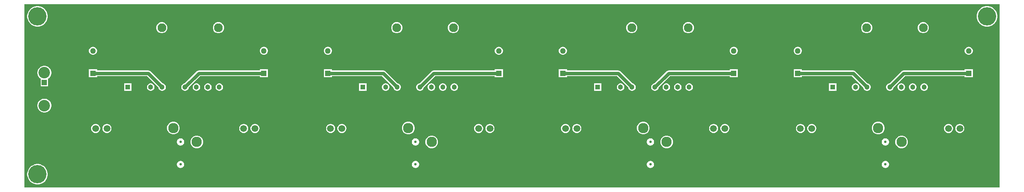
<source format=gbl>
%FSTAX25Y25*%
%MOIN*%
%SFA1B1*%

%IPPOS*%
%ADD39C,0.030000*%
%ADD40C,0.160000*%
%ADD41C,0.021654*%
%ADD42C,0.090354*%
%ADD43R,0.090354X0.090354*%
%ADD44R,0.046063X0.046063*%
%ADD45C,0.046063*%
%ADD46C,0.100787*%
%ADD47C,0.059055*%
%ADD48C,0.167716*%
%ADD49R,0.044606X0.044606*%
%ADD50C,0.044606*%
%ADD51R,0.050197X0.050197*%
%ADD52C,0.050197*%
%ADD53C,0.076772*%
%ADD54C,0.050000*%
%LNamp_8ch-1*%
%LPD*%
G36*
X0854Y0001D02*
X0001D01*
Y01615*
X0854*
Y0001*
G37*
%LNamp_8ch-2*%
%LPC*%
G36*
X0843886Y016D02*
X0842113D01*
X0840374Y0159654*
X0838736Y0158975*
X0837262Y015799*
X0836009Y0156737*
X0835024Y0155263*
X0834345Y0153625*
X0834Y0151886*
Y0150113*
X0834345Y0148374*
X0835024Y0146736*
X0836009Y0145262*
X0837262Y0144009*
X0838736Y0143024*
X0840374Y0142345*
X0842113Y0142*
X0843886*
X0845625Y0142345*
X0847263Y0143024*
X0848737Y0144009*
X084999Y0145262*
X0850975Y0146736*
X0851654Y0148374*
X0852Y0150113*
Y0151886*
X0851654Y0153625*
X0850975Y0155263*
X084999Y0156737*
X0848737Y015799*
X0847263Y0158975*
X0845625Y0159654*
X0843886Y016*
G37*
G36*
X0013386D02*
X0011613D01*
X0009874Y0159654*
X0008236Y0158975*
X0006762Y015799*
X0005509Y0156737*
X0004524Y0155263*
X0003845Y0153625*
X00035Y0151886*
Y0150113*
X0003845Y0148374*
X0004524Y0146736*
X0005509Y0145262*
X0006762Y0144009*
X0008236Y0143024*
X0009874Y0142345*
X0011613Y0142*
X0013386*
X0015125Y0142345*
X0016763Y0143024*
X0018237Y0144009*
X001949Y0145262*
X0020475Y0146736*
X0021154Y0148374*
X00215Y0150113*
Y0151886*
X0021154Y0153625*
X0020475Y0155263*
X001949Y0156737*
X0018237Y015799*
X0016763Y0158975*
X0015125Y0159654*
X0013386Y016*
G37*
G36*
X0787822Y0145838D02*
X0786548D01*
X0785317Y0145508*
X0784214Y0144871*
X0783313Y0143971*
X0782676Y0142867*
X0782346Y0141637*
Y0140363*
X0782676Y0139132*
X0783313Y0138029*
X0784214Y0137128*
X0785317Y0136491*
X0786548Y0136161*
X0787822*
X0789052Y0136491*
X0790156Y0137128*
X0791056Y0138029*
X0791693Y0139132*
X0792023Y0140363*
Y0141637*
X0791693Y0142867*
X0791056Y0143971*
X0790156Y0144871*
X0789052Y0145508*
X0787822Y0145838*
G37*
G36*
X0738322D02*
X0737048D01*
X0735817Y0145508*
X0734714Y0144871*
X0733813Y0143971*
X0733176Y0142867*
X0732846Y0141637*
Y0140363*
X0733176Y0139132*
X0733813Y0138029*
X0734714Y0137128*
X0735817Y0136491*
X0737048Y0136161*
X0738322*
X0739552Y0136491*
X0740656Y0137128*
X0741556Y0138029*
X0742193Y0139132*
X0742523Y0140363*
Y0141637*
X0742193Y0142867*
X0741556Y0143971*
X0740656Y0144871*
X0739552Y0145508*
X0738322Y0145838*
G37*
G36*
X0582322D02*
X0581048D01*
X0579817Y0145508*
X0578714Y0144871*
X0577813Y0143971*
X0577176Y0142867*
X0576846Y0141637*
Y0140363*
X0577176Y0139132*
X0577813Y0138029*
X0578714Y0137128*
X0579817Y0136491*
X0581048Y0136161*
X0582322*
X0583552Y0136491*
X0584656Y0137128*
X0585556Y0138029*
X0586193Y0139132*
X0586523Y0140363*
Y0141637*
X0586193Y0142867*
X0585556Y0143971*
X0584656Y0144871*
X0583552Y0145508*
X0582322Y0145838*
G37*
G36*
X0532822D02*
X0531548D01*
X0530317Y0145508*
X0529214Y0144871*
X0528313Y0143971*
X0527676Y0142867*
X0527346Y0141637*
Y0140363*
X0527676Y0139132*
X0528313Y0138029*
X0529214Y0137128*
X0530317Y0136491*
X0531548Y0136161*
X0532822*
X0534052Y0136491*
X0535156Y0137128*
X0536056Y0138029*
X0536693Y0139132*
X0537023Y0140363*
Y0141637*
X0536693Y0142867*
X0536056Y0143971*
X0535156Y0144871*
X0534052Y0145508*
X0532822Y0145838*
G37*
G36*
X0376822D02*
X0375548D01*
X0374317Y0145508*
X0373214Y0144871*
X0372313Y0143971*
X0371676Y0142867*
X0371346Y0141637*
Y0140363*
X0371676Y0139132*
X0372313Y0138029*
X0373214Y0137128*
X0374317Y0136491*
X0375548Y0136161*
X0376822*
X0378052Y0136491*
X0379156Y0137128*
X0380056Y0138029*
X0380693Y0139132*
X0381023Y0140363*
Y0141637*
X0380693Y0142867*
X0380056Y0143971*
X0379156Y0144871*
X0378052Y0145508*
X0376822Y0145838*
G37*
G36*
X0327322D02*
X0326048D01*
X0324817Y0145508*
X0323714Y0144871*
X0322813Y0143971*
X0322176Y0142867*
X0321846Y0141637*
Y0140363*
X0322176Y0139132*
X0322813Y0138029*
X0323714Y0137128*
X0324817Y0136491*
X0326048Y0136161*
X0327322*
X0328552Y0136491*
X0329656Y0137128*
X0330556Y0138029*
X0331193Y0139132*
X0331523Y0140363*
Y0141637*
X0331193Y0142867*
X0330556Y0143971*
X0329656Y0144871*
X0328552Y0145508*
X0327322Y0145838*
G37*
G36*
X0171322D02*
X0170048D01*
X0168817Y0145508*
X0167714Y0144871*
X0166813Y0143971*
X0166176Y0142867*
X0165846Y0141637*
Y0140363*
X0166176Y0139132*
X0166813Y0138029*
X0167714Y0137128*
X0168817Y0136491*
X0170048Y0136161*
X0171322*
X0172552Y0136491*
X0173656Y0137128*
X0174556Y0138029*
X0175193Y0139132*
X0175523Y0140363*
Y0141637*
X0175193Y0142867*
X0174556Y0143971*
X0173656Y0144871*
X0172552Y0145508*
X0171322Y0145838*
G37*
G36*
X0121822D02*
X0120548D01*
X0119317Y0145508*
X0118214Y0144871*
X0117313Y0143971*
X0116676Y0142867*
X0116346Y0141637*
Y0140363*
X0116676Y0139132*
X0117313Y0138029*
X0118214Y0137128*
X0119317Y0136491*
X0120548Y0136161*
X0121822*
X0123052Y0136491*
X0124156Y0137128*
X0125056Y0138029*
X0125693Y0139132*
X0126023Y0140363*
Y0141637*
X0125693Y0142867*
X0125056Y0143971*
X0124156Y0144871*
X0123052Y0145508*
X0121822Y0145838*
G37*
G36*
X0827462Y012432D02*
X0826537D01*
X0825645Y0124081*
X0824844Y0123619*
X0824191Y0122966*
X0823729Y0122165*
X082349Y0121273*
Y0120348*
X0823729Y0119456*
X0824191Y0118655*
X0824844Y0118002*
X0825645Y011754*
X0826537Y0117301*
X0827462*
X0828354Y011754*
X0829155Y0118002*
X0829808Y0118655*
X083027Y0119456*
X0830509Y0120348*
Y0121273*
X083027Y0122165*
X0829808Y0122966*
X0829155Y0123619*
X0828354Y0124081*
X0827462Y012432*
G37*
G36*
X0677962D02*
X0677037D01*
X0676145Y0124081*
X0675344Y0123619*
X0674691Y0122966*
X0674229Y0122165*
X067399Y0121273*
Y0120348*
X0674229Y0119456*
X0674691Y0118655*
X0675344Y0118002*
X0676145Y011754*
X0677037Y0117301*
X0677962*
X0678854Y011754*
X0679655Y0118002*
X0680308Y0118655*
X068077Y0119456*
X0681009Y0120348*
Y0121273*
X068077Y0122165*
X0680308Y0122966*
X0679655Y0123619*
X0678854Y0124081*
X0677962Y012432*
G37*
G36*
X0621962D02*
X0621037D01*
X0620145Y0124081*
X0619344Y0123619*
X0618691Y0122966*
X0618229Y0122165*
X061799Y0121273*
Y0120348*
X0618229Y0119456*
X0618691Y0118655*
X0619344Y0118002*
X0620145Y011754*
X0621037Y0117301*
X0621962*
X0622854Y011754*
X0623655Y0118002*
X0624308Y0118655*
X062477Y0119456*
X0625009Y0120348*
Y0121273*
X062477Y0122165*
X0624308Y0122966*
X0623655Y0123619*
X0622854Y0124081*
X0621962Y012432*
G37*
G36*
X0472462D02*
X0471537D01*
X0470645Y0124081*
X0469844Y0123619*
X0469191Y0122966*
X0468729Y0122165*
X046849Y0121273*
Y0120348*
X0468729Y0119456*
X0469191Y0118655*
X0469844Y0118002*
X0470645Y011754*
X0471537Y0117301*
X0472462*
X0473354Y011754*
X0474155Y0118002*
X0474808Y0118655*
X047527Y0119456*
X0475509Y0120348*
Y0121273*
X047527Y0122165*
X0474808Y0122966*
X0474155Y0123619*
X0473354Y0124081*
X0472462Y012432*
G37*
G36*
X0416462D02*
X0415537D01*
X0414645Y0124081*
X0413844Y0123619*
X0413191Y0122966*
X0412729Y0122165*
X041249Y0121273*
Y0120348*
X0412729Y0119456*
X0413191Y0118655*
X0413844Y0118002*
X0414645Y011754*
X0415537Y0117301*
X0416462*
X0417354Y011754*
X0418155Y0118002*
X0418808Y0118655*
X041927Y0119456*
X0419509Y0120348*
Y0121273*
X041927Y0122165*
X0418808Y0122966*
X0418155Y0123619*
X0417354Y0124081*
X0416462Y012432*
G37*
G36*
X0266962D02*
X0266037D01*
X0265145Y0124081*
X0264344Y0123619*
X0263691Y0122966*
X0263229Y0122165*
X026299Y0121273*
Y0120348*
X0263229Y0119456*
X0263691Y0118655*
X0264344Y0118002*
X0265145Y011754*
X0266037Y0117301*
X0266962*
X0267854Y011754*
X0268655Y0118002*
X0269308Y0118655*
X026977Y0119456*
X0270009Y0120348*
Y0121273*
X026977Y0122165*
X0269308Y0122966*
X0268655Y0123619*
X0267854Y0124081*
X0266962Y012432*
G37*
G36*
X0210962D02*
X0210037D01*
X0209145Y0124081*
X0208344Y0123619*
X0207691Y0122966*
X0207229Y0122165*
X020699Y0121273*
Y0120348*
X0207229Y0119456*
X0207691Y0118655*
X0208344Y0118002*
X0209145Y011754*
X0210037Y0117301*
X0210962*
X0211854Y011754*
X0212655Y0118002*
X0213308Y0118655*
X021377Y0119456*
X0214009Y0120348*
Y0121273*
X021377Y0122165*
X0213308Y0122966*
X0212655Y0123619*
X0211854Y0124081*
X0210962Y012432*
G37*
G36*
X0061462D02*
X0060537D01*
X0059645Y0124081*
X0058844Y0123619*
X0058191Y0122966*
X0057729Y0122165*
X005749Y0121273*
Y0120348*
X0057729Y0119456*
X0058191Y0118655*
X0058844Y0118002*
X0059645Y011754*
X0060537Y0117301*
X0061462*
X0062354Y011754*
X0063155Y0118002*
X0063808Y0118655*
X006427Y0119456*
X0064509Y0120348*
Y0121273*
X006427Y0122165*
X0063808Y0122966*
X0063155Y0123619*
X0062354Y0124081*
X0061462Y012432*
G37*
G36*
X0830509Y0104635D02*
X082349D01*
Y0103675*
X0770126*
X076915Y010348*
X0768323Y0102928*
X0757625Y009223*
X0757574*
X0756753Y009201*
X0756016Y0091584*
X0755415Y0090983*
X0754989Y0090246*
X0754769Y0089425*
Y0088574*
X0754989Y0087753*
X0755415Y0087016*
X0756016Y0086415*
X0756753Y0085989*
X0757574Y0085769*
X0758425*
X0759246Y0085989*
X0759983Y0086415*
X0760584Y0087016*
X076101Y0087753*
X076123Y0088574*
Y0088625*
X0771181Y0098577*
X082349*
Y0097616*
X0830509*
Y0104635*
G37*
G36*
X0625009D02*
X061799D01*
Y0103675*
X0564626*
X056365Y010348*
X0562823Y0102928*
X0552125Y009223*
X0552074*
X0551253Y009201*
X0550516Y0091584*
X0549915Y0090983*
X0549489Y0090246*
X0549269Y0089425*
Y0088574*
X0549489Y0087753*
X0549915Y0087016*
X0550516Y0086415*
X0551253Y0085989*
X0552074Y0085769*
X0552925*
X0553746Y0085989*
X0554483Y0086415*
X0555084Y0087016*
X055551Y0087753*
X055573Y0088574*
Y0088625*
X0565681Y0098577*
X061799*
Y0097616*
X0625009*
Y0104635*
G37*
G36*
X0419509D02*
X041249D01*
Y0103675*
X0359126*
X035815Y010348*
X0357323Y0102928*
X0346625Y009223*
X0346574*
X0345753Y009201*
X0345016Y0091584*
X0344415Y0090983*
X0343989Y0090246*
X0343769Y0089425*
Y0088574*
X0343989Y0087753*
X0344415Y0087016*
X0345016Y0086415*
X0345753Y0085989*
X0346574Y0085769*
X0347425*
X0348246Y0085989*
X0348983Y0086415*
X0349584Y0087016*
X035001Y0087753*
X035023Y0088574*
Y0088625*
X0360181Y0098577*
X041249*
Y0097616*
X0419509*
Y0104635*
G37*
G36*
X0214009D02*
X020699D01*
Y0103675*
X0153626*
X015265Y010348*
X0151823Y0102928*
X0141125Y009223*
X0141074*
X0140253Y009201*
X0139516Y0091584*
X0138915Y0090983*
X0138489Y0090246*
X0138269Y0089425*
Y0088574*
X0138489Y0087753*
X0138915Y0087016*
X0139516Y0086415*
X0140253Y0085989*
X0141074Y0085769*
X0141925*
X0142746Y0085989*
X0143483Y0086415*
X0144084Y0087016*
X014451Y0087753*
X014473Y0088574*
Y0088625*
X0154681Y0098577*
X020699*
Y0097616*
X0214009*
Y0104635*
G37*
G36*
X0019094Y0107539D02*
X0017905D01*
X0016738Y0107307*
X0015639Y0106852*
X001465Y0106191*
X0013808Y0105349*
X0013148Y010436*
X0012692Y0103261*
X001246Y0102094*
Y0100905*
X0012692Y0099738*
X0013148Y0098639*
X0013808Y009765*
X001465Y0096808*
X001486Y0096668*
X0015196Y0096338*
X0015196*
Y0089732*
X0021803*
Y0096338*
X0021803*
X0022143Y0096671*
X0022349Y0096808*
X0023191Y009765*
X0023852Y0098639*
X0024307Y0099738*
X0024539Y0100905*
Y0102094*
X0024307Y0103261*
X0023852Y010436*
X0023191Y0105349*
X0022349Y0106191*
X002136Y0106852*
X0020261Y0107307*
X0019094Y0107539*
G37*
G36*
X0788425Y009223D02*
X0787574D01*
X0786753Y009201*
X0786016Y0091584*
X0785415Y0090983*
X0784989Y0090246*
X0784769Y0089425*
Y0088574*
X0784989Y0087753*
X0785415Y0087016*
X0786016Y0086415*
X0786753Y0085989*
X0787574Y0085769*
X0788425*
X0789246Y0085989*
X0789983Y0086415*
X0790584Y0087016*
X079101Y0087753*
X079123Y0088574*
Y0089425*
X079101Y0090246*
X0790584Y0090983*
X0789983Y0091584*
X0789246Y009201*
X0788425Y009223*
G37*
G36*
X0778425D02*
X0777574D01*
X0776753Y009201*
X0776016Y0091584*
X0775415Y0090983*
X0774989Y0090246*
X0774769Y0089425*
Y0088574*
X0774989Y0087753*
X0775415Y0087016*
X0776016Y0086415*
X0776753Y0085989*
X0777574Y0085769*
X0778425*
X0779246Y0085989*
X0779983Y0086415*
X0780584Y0087016*
X078101Y0087753*
X078123Y0088574*
Y0089425*
X078101Y0090246*
X0780584Y0090983*
X0779983Y0091584*
X0779246Y009201*
X0778425Y009223*
G37*
G36*
X0768425D02*
X0767574D01*
X0766753Y009201*
X0766016Y0091584*
X0765415Y0090983*
X0764989Y0090246*
X0764769Y0089425*
Y0088574*
X0764989Y0087753*
X0765415Y0087016*
X0766016Y0086415*
X0766753Y0085989*
X0767574Y0085769*
X0768425*
X0769246Y0085989*
X0769983Y0086415*
X0770584Y0087016*
X077101Y0087753*
X077123Y0088574*
Y0089425*
X077101Y0090246*
X0770584Y0090983*
X0769983Y0091584*
X0769246Y009201*
X0768425Y009223*
G37*
G36*
X0681009Y0104635D02*
X067399D01*
Y0097616*
X0681009*
Y0098577*
X0724818*
X0734769Y0088625*
Y0088574*
X0734989Y0087753*
X0735415Y0087016*
X0736016Y0086415*
X0736753Y0085989*
X0737574Y0085769*
X0738425*
X0739246Y0085989*
X0739983Y0086415*
X0740584Y0087016*
X074101Y0087753*
X074123Y0088574*
Y0089425*
X074101Y0090246*
X0740584Y0090983*
X0739983Y0091584*
X0739246Y009201*
X0738425Y009223*
X0738374*
X0727676Y0102928*
X0726849Y010348*
X0725874Y0103675*
X0681009*
Y0104635*
G37*
G36*
X0728425Y009223D02*
X0727574D01*
X0726753Y009201*
X0726016Y0091584*
X0725415Y0090983*
X0724989Y0090246*
X0724769Y0089425*
Y0088574*
X0724989Y0087753*
X0725415Y0087016*
X0726016Y0086415*
X0726753Y0085989*
X0727574Y0085769*
X0728425*
X0729246Y0085989*
X0729983Y0086415*
X0730584Y0087016*
X073101Y0087753*
X073123Y0088574*
Y0089425*
X073101Y0090246*
X0730584Y0090983*
X0729983Y0091584*
X0729246Y009201*
X0728425Y009223*
G37*
G36*
X071123D02*
X0704769D01*
Y0085769*
X071123*
Y009223*
G37*
G36*
X0582925D02*
X0582074D01*
X0581253Y009201*
X0580516Y0091584*
X0579915Y0090983*
X0579489Y0090246*
X0579269Y0089425*
Y0088574*
X0579489Y0087753*
X0579915Y0087016*
X0580516Y0086415*
X0581253Y0085989*
X0582074Y0085769*
X0582925*
X0583746Y0085989*
X0584483Y0086415*
X0585084Y0087016*
X058551Y0087753*
X058573Y0088574*
Y0089425*
X058551Y0090246*
X0585084Y0090983*
X0584483Y0091584*
X0583746Y009201*
X0582925Y009223*
G37*
G36*
X0572925D02*
X0572074D01*
X0571253Y009201*
X0570516Y0091584*
X0569915Y0090983*
X0569489Y0090246*
X0569269Y0089425*
Y0088574*
X0569489Y0087753*
X0569915Y0087016*
X0570516Y0086415*
X0571253Y0085989*
X0572074Y0085769*
X0572925*
X0573746Y0085989*
X0574483Y0086415*
X0575084Y0087016*
X057551Y0087753*
X057573Y0088574*
Y0089425*
X057551Y0090246*
X0575084Y0090983*
X0574483Y0091584*
X0573746Y009201*
X0572925Y009223*
G37*
G36*
X0562925D02*
X0562074D01*
X0561253Y009201*
X0560516Y0091584*
X0559915Y0090983*
X0559489Y0090246*
X0559269Y0089425*
Y0088574*
X0559489Y0087753*
X0559915Y0087016*
X0560516Y0086415*
X0561253Y0085989*
X0562074Y0085769*
X0562925*
X0563746Y0085989*
X0564483Y0086415*
X0565084Y0087016*
X056551Y0087753*
X056573Y0088574*
Y0089425*
X056551Y0090246*
X0565084Y0090983*
X0564483Y0091584*
X0563746Y009201*
X0562925Y009223*
G37*
G36*
X0475509Y0104635D02*
X046849D01*
Y0097616*
X0475509*
Y0098577*
X0519318*
X0529269Y0088625*
Y0088574*
X0529489Y0087753*
X0529915Y0087016*
X0530516Y0086415*
X0531253Y0085989*
X0532074Y0085769*
X0532925*
X0533746Y0085989*
X0534483Y0086415*
X0535084Y0087016*
X053551Y0087753*
X053573Y0088574*
Y0089425*
X053551Y0090246*
X0535084Y0090983*
X0534483Y0091584*
X0533746Y009201*
X0532925Y009223*
X0532874*
X0522176Y0102928*
X0521349Y010348*
X0520374Y0103675*
X0475509*
Y0104635*
G37*
G36*
X0522925Y009223D02*
X0522074D01*
X0521253Y009201*
X0520516Y0091584*
X0519915Y0090983*
X0519489Y0090246*
X0519269Y0089425*
Y0088574*
X0519489Y0087753*
X0519915Y0087016*
X0520516Y0086415*
X0521253Y0085989*
X0522074Y0085769*
X0522925*
X0523746Y0085989*
X0524483Y0086415*
X0525084Y0087016*
X052551Y0087753*
X052573Y0088574*
Y0089425*
X052551Y0090246*
X0525084Y0090983*
X0524483Y0091584*
X0523746Y009201*
X0522925Y009223*
G37*
G36*
X050573D02*
X0499269D01*
Y0085769*
X050573*
Y009223*
G37*
G36*
X0377425D02*
X0376574D01*
X0375753Y009201*
X0375016Y0091584*
X0374415Y0090983*
X0373989Y0090246*
X0373769Y0089425*
Y0088574*
X0373989Y0087753*
X0374415Y0087016*
X0375016Y0086415*
X0375753Y0085989*
X0376574Y0085769*
X0377425*
X0378246Y0085989*
X0378983Y0086415*
X0379584Y0087016*
X038001Y0087753*
X038023Y0088574*
Y0089425*
X038001Y0090246*
X0379584Y0090983*
X0378983Y0091584*
X0378246Y009201*
X0377425Y009223*
G37*
G36*
X0367425D02*
X0366574D01*
X0365753Y009201*
X0365016Y0091584*
X0364415Y0090983*
X0363989Y0090246*
X0363769Y0089425*
Y0088574*
X0363989Y0087753*
X0364415Y0087016*
X0365016Y0086415*
X0365753Y0085989*
X0366574Y0085769*
X0367425*
X0368246Y0085989*
X0368983Y0086415*
X0369584Y0087016*
X037001Y0087753*
X037023Y0088574*
Y0089425*
X037001Y0090246*
X0369584Y0090983*
X0368983Y0091584*
X0368246Y009201*
X0367425Y009223*
G37*
G36*
X0357425D02*
X0356574D01*
X0355753Y009201*
X0355016Y0091584*
X0354415Y0090983*
X0353989Y0090246*
X0353769Y0089425*
Y0088574*
X0353989Y0087753*
X0354415Y0087016*
X0355016Y0086415*
X0355753Y0085989*
X0356574Y0085769*
X0357425*
X0358246Y0085989*
X0358983Y0086415*
X0359584Y0087016*
X036001Y0087753*
X036023Y0088574*
Y0089425*
X036001Y0090246*
X0359584Y0090983*
X0358983Y0091584*
X0358246Y009201*
X0357425Y009223*
G37*
G36*
X0270009Y0104635D02*
X026299D01*
Y0097616*
X0270009*
Y0098577*
X0313818*
X0323769Y0088625*
Y0088574*
X0323989Y0087753*
X0324415Y0087016*
X0325016Y0086415*
X0325753Y0085989*
X0326574Y0085769*
X0327425*
X0328246Y0085989*
X0328983Y0086415*
X0329584Y0087016*
X033001Y0087753*
X033023Y0088574*
Y0089425*
X033001Y0090246*
X0329584Y0090983*
X0328983Y0091584*
X0328246Y009201*
X0327425Y009223*
X0327374*
X0316676Y0102928*
X0315849Y010348*
X0314874Y0103675*
X0270009*
Y0104635*
G37*
G36*
X0317425Y009223D02*
X0316574D01*
X0315753Y009201*
X0315016Y0091584*
X0314415Y0090983*
X0313989Y0090246*
X0313769Y0089425*
Y0088574*
X0313989Y0087753*
X0314415Y0087016*
X0315016Y0086415*
X0315753Y0085989*
X0316574Y0085769*
X0317425*
X0318246Y0085989*
X0318983Y0086415*
X0319584Y0087016*
X032001Y0087753*
X032023Y0088574*
Y0089425*
X032001Y0090246*
X0319584Y0090983*
X0318983Y0091584*
X0318246Y009201*
X0317425Y009223*
G37*
G36*
X030023D02*
X0293769D01*
Y0085769*
X030023*
Y009223*
G37*
G36*
X0171925D02*
X0171074D01*
X0170253Y009201*
X0169516Y0091584*
X0168915Y0090983*
X0168489Y0090246*
X0168269Y0089425*
Y0088574*
X0168489Y0087753*
X0168915Y0087016*
X0169516Y0086415*
X0170253Y0085989*
X0171074Y0085769*
X0171925*
X0172746Y0085989*
X0173483Y0086415*
X0174084Y0087016*
X017451Y0087753*
X017473Y0088574*
Y0089425*
X017451Y0090246*
X0174084Y0090983*
X0173483Y0091584*
X0172746Y009201*
X0171925Y009223*
G37*
G36*
X0161925D02*
X0161074D01*
X0160253Y009201*
X0159516Y0091584*
X0158915Y0090983*
X0158489Y0090246*
X0158269Y0089425*
Y0088574*
X0158489Y0087753*
X0158915Y0087016*
X0159516Y0086415*
X0160253Y0085989*
X0161074Y0085769*
X0161925*
X0162746Y0085989*
X0163483Y0086415*
X0164084Y0087016*
X016451Y0087753*
X016473Y0088574*
Y0089425*
X016451Y0090246*
X0164084Y0090983*
X0163483Y0091584*
X0162746Y009201*
X0161925Y009223*
G37*
G36*
X0151925D02*
X0151074D01*
X0150253Y009201*
X0149516Y0091584*
X0148915Y0090983*
X0148489Y0090246*
X0148269Y0089425*
Y0088574*
X0148489Y0087753*
X0148915Y0087016*
X0149516Y0086415*
X0150253Y0085989*
X0151074Y0085769*
X0151925*
X0152746Y0085989*
X0153483Y0086415*
X0154084Y0087016*
X015451Y0087753*
X015473Y0088574*
Y0089425*
X015451Y0090246*
X0154084Y0090983*
X0153483Y0091584*
X0152746Y009201*
X0151925Y009223*
G37*
G36*
X0064509Y0104635D02*
X005749D01*
Y0097616*
X0064509*
Y0098577*
X0108318*
X0118269Y0088625*
Y0088574*
X0118489Y0087753*
X0118915Y0087016*
X0119516Y0086415*
X0120253Y0085989*
X0121074Y0085769*
X0121925*
X0122746Y0085989*
X0123483Y0086415*
X0124084Y0087016*
X012451Y0087753*
X012473Y0088574*
Y0089425*
X012451Y0090246*
X0124084Y0090983*
X0123483Y0091584*
X0122746Y009201*
X0121925Y009223*
X0121874*
X0111176Y0102928*
X0110349Y010348*
X0109374Y0103675*
X0064509*
Y0104635*
G37*
G36*
X0111925Y009223D02*
X0111074D01*
X0110253Y009201*
X0109516Y0091584*
X0108915Y0090983*
X0108489Y0090246*
X0108269Y0089425*
Y0088574*
X0108489Y0087753*
X0108915Y0087016*
X0109516Y0086415*
X0110253Y0085989*
X0111074Y0085769*
X0111925*
X0112746Y0085989*
X0113483Y0086415*
X0114084Y0087016*
X011451Y0087753*
X011473Y0088574*
Y0089425*
X011451Y0090246*
X0114084Y0090983*
X0113483Y0091584*
X0112746Y009201*
X0111925Y009223*
G37*
G36*
X009473D02*
X0088269D01*
Y0085769*
X009473*
Y009223*
G37*
G36*
X0019094Y0078799D02*
X0017905D01*
X0016738Y0078567*
X0015639Y0078111*
X001465Y007745*
X0013808Y0076609*
X0013148Y007562*
X0012692Y0074521*
X001246Y0073354*
Y0072165*
X0012692Y0070998*
X0013148Y0069899*
X0013808Y006891*
X001465Y0068068*
X0015639Y0067407*
X0016738Y0066952*
X0017905Y006672*
X0019094*
X0020261Y0066952*
X002136Y0067407*
X0022349Y0068068*
X0023191Y006891*
X0023852Y0069899*
X0024307Y0070998*
X0024539Y0072165*
Y0073354*
X0024307Y0074521*
X0023852Y007562*
X0023191Y0076609*
X0022349Y007745*
X002136Y0078111*
X0020261Y0078567*
X0019094Y0078799*
G37*
G36*
X0819697Y0056637D02*
X0818656D01*
X0817651Y0056368*
X081675Y0055848*
X0816014Y0055112*
X0815493Y005421*
X0815224Y0053205*
Y0052164*
X0815493Y0051159*
X0816014Y0050258*
X081675Y0049522*
X0817651Y0049001*
X0818656Y0048732*
X0819697*
X0820702Y0049001*
X0821604Y0049522*
X082234Y0050258*
X082286Y0051159*
X0823129Y0052164*
Y0053205*
X082286Y005421*
X082234Y0055112*
X0821604Y0055848*
X0820702Y0056368*
X0819697Y0056637*
G37*
G36*
X0809855D02*
X0808814D01*
X0807808Y0056368*
X0806907Y0055848*
X0806171Y0055112*
X0805651Y005421*
X0805381Y0053205*
Y0052164*
X0805651Y0051159*
X0806171Y0050258*
X0806907Y0049522*
X0807808Y0049001*
X0808814Y0048732*
X0809855*
X081086Y0049001*
X0811761Y0049522*
X0812497Y0050258*
X0813018Y0051159*
X0813287Y0052164*
Y0053205*
X0813018Y005421*
X0812497Y0055112*
X0811761Y0055848*
X081086Y0056368*
X0809855Y0056637*
G37*
G36*
X0690197D02*
X0689156D01*
X0688151Y0056368*
X068725Y0055848*
X0686514Y0055112*
X0685993Y005421*
X0685724Y0053205*
Y0052164*
X0685993Y0051159*
X0686514Y0050258*
X068725Y0049522*
X0688151Y0049001*
X0689156Y0048732*
X0690197*
X0691202Y0049001*
X0692104Y0049522*
X069284Y0050258*
X069336Y0051159*
X0693629Y0052164*
Y0053205*
X069336Y005421*
X069284Y0055112*
X0692104Y0055848*
X0691202Y0056368*
X0690197Y0056637*
G37*
G36*
X0680355D02*
X0679314D01*
X0678308Y0056368*
X0677407Y0055848*
X0676671Y0055112*
X0676151Y005421*
X0675881Y0053205*
Y0052164*
X0676151Y0051159*
X0676671Y0050258*
X0677407Y0049522*
X0678308Y0049001*
X0679314Y0048732*
X0680355*
X068136Y0049001*
X0682261Y0049522*
X0682997Y0050258*
X0683518Y0051159*
X0683787Y0052164*
Y0053205*
X0683518Y005421*
X0682997Y0055112*
X0682261Y0055848*
X068136Y0056368*
X0680355Y0056637*
G37*
G36*
X0614197D02*
X0613156D01*
X0612151Y0056368*
X061125Y0055848*
X0610514Y0055112*
X0609993Y005421*
X0609724Y0053205*
Y0052164*
X0609993Y0051159*
X0610514Y0050258*
X061125Y0049522*
X0612151Y0049001*
X0613156Y0048732*
X0614197*
X0615202Y0049001*
X0616104Y0049522*
X061684Y0050258*
X061736Y0051159*
X0617629Y0052164*
Y0053205*
X061736Y005421*
X061684Y0055112*
X0616104Y0055848*
X0615202Y0056368*
X0614197Y0056637*
G37*
G36*
X0604355D02*
X0603314D01*
X0602308Y0056368*
X0601407Y0055848*
X0600671Y0055112*
X0600151Y005421*
X0599881Y0053205*
Y0052164*
X0600151Y0051159*
X0600671Y0050258*
X0601407Y0049522*
X0602308Y0049001*
X0603314Y0048732*
X0604355*
X060536Y0049001*
X0606261Y0049522*
X0606997Y0050258*
X0607518Y0051159*
X0607787Y0052164*
Y0053205*
X0607518Y005421*
X0606997Y0055112*
X0606261Y0055848*
X060536Y0056368*
X0604355Y0056637*
G37*
G36*
X0484697D02*
X0483656D01*
X0482651Y0056368*
X048175Y0055848*
X0481014Y0055112*
X0480493Y005421*
X0480224Y0053205*
Y0052164*
X0480493Y0051159*
X0481014Y0050258*
X048175Y0049522*
X0482651Y0049001*
X0483656Y0048732*
X0484697*
X0485702Y0049001*
X0486604Y0049522*
X048734Y0050258*
X048786Y0051159*
X0488129Y0052164*
Y0053205*
X048786Y005421*
X048734Y0055112*
X0486604Y0055848*
X0485702Y0056368*
X0484697Y0056637*
G37*
G36*
X0474855D02*
X0473814D01*
X0472808Y0056368*
X0471907Y0055848*
X0471171Y0055112*
X0470651Y005421*
X0470381Y0053205*
Y0052164*
X0470651Y0051159*
X0471171Y0050258*
X0471907Y0049522*
X0472808Y0049001*
X0473814Y0048732*
X0474855*
X047586Y0049001*
X0476761Y0049522*
X0477497Y0050258*
X0478018Y0051159*
X0478287Y0052164*
Y0053205*
X0478018Y005421*
X0477497Y0055112*
X0476761Y0055848*
X047586Y0056368*
X0474855Y0056637*
G37*
G36*
X0408697D02*
X0407656D01*
X0406651Y0056368*
X040575Y0055848*
X0405014Y0055112*
X0404493Y005421*
X0404224Y0053205*
Y0052164*
X0404493Y0051159*
X0405014Y0050258*
X040575Y0049522*
X0406651Y0049001*
X0407656Y0048732*
X0408697*
X0409702Y0049001*
X0410604Y0049522*
X041134Y0050258*
X041186Y0051159*
X0412129Y0052164*
Y0053205*
X041186Y005421*
X041134Y0055112*
X0410604Y0055848*
X0409702Y0056368*
X0408697Y0056637*
G37*
G36*
X0398855D02*
X0397814D01*
X0396808Y0056368*
X0395907Y0055848*
X0395171Y0055112*
X0394651Y005421*
X0394381Y0053205*
Y0052164*
X0394651Y0051159*
X0395171Y0050258*
X0395907Y0049522*
X0396808Y0049001*
X0397814Y0048732*
X0398855*
X039986Y0049001*
X0400761Y0049522*
X0401497Y0050258*
X0402018Y0051159*
X0402287Y0052164*
Y0053205*
X0402018Y005421*
X0401497Y0055112*
X0400761Y0055848*
X039986Y0056368*
X0398855Y0056637*
G37*
G36*
X0279197D02*
X0278156D01*
X0277151Y0056368*
X027625Y0055848*
X0275514Y0055112*
X0274993Y005421*
X0274724Y0053205*
Y0052164*
X0274993Y0051159*
X0275514Y0050258*
X027625Y0049522*
X0277151Y0049001*
X0278156Y0048732*
X0279197*
X0280202Y0049001*
X0281104Y0049522*
X028184Y0050258*
X028236Y0051159*
X0282629Y0052164*
Y0053205*
X028236Y005421*
X028184Y0055112*
X0281104Y0055848*
X0280202Y0056368*
X0279197Y0056637*
G37*
G36*
X0269355D02*
X0268314D01*
X0267308Y0056368*
X0266407Y0055848*
X0265671Y0055112*
X0265151Y005421*
X0264881Y0053205*
Y0052164*
X0265151Y0051159*
X0265671Y0050258*
X0266407Y0049522*
X0267308Y0049001*
X0268314Y0048732*
X0269355*
X027036Y0049001*
X0271261Y0049522*
X0271997Y0050258*
X0272518Y0051159*
X0272787Y0052164*
Y0053205*
X0272518Y005421*
X0271997Y0055112*
X0271261Y0055848*
X027036Y0056368*
X0269355Y0056637*
G37*
G36*
X0203197D02*
X0202156D01*
X0201151Y0056368*
X020025Y0055848*
X0199514Y0055112*
X0198993Y005421*
X0198724Y0053205*
Y0052164*
X0198993Y0051159*
X0199514Y0050258*
X020025Y0049522*
X0201151Y0049001*
X0202156Y0048732*
X0203197*
X0204202Y0049001*
X0205104Y0049522*
X020584Y0050258*
X020636Y0051159*
X0206629Y0052164*
Y0053205*
X020636Y005421*
X020584Y0055112*
X0205104Y0055848*
X0204202Y0056368*
X0203197Y0056637*
G37*
G36*
X0193355D02*
X0192314D01*
X0191308Y0056368*
X0190407Y0055848*
X0189671Y0055112*
X0189151Y005421*
X0188881Y0053205*
Y0052164*
X0189151Y0051159*
X0189671Y0050258*
X0190407Y0049522*
X0191308Y0049001*
X0192314Y0048732*
X0193355*
X019436Y0049001*
X0195261Y0049522*
X0195997Y0050258*
X0196518Y0051159*
X0196787Y0052164*
Y0053205*
X0196518Y005421*
X0195997Y0055112*
X0195261Y0055848*
X019436Y0056368*
X0193355Y0056637*
G37*
G36*
X0073697D02*
X0072656D01*
X0071651Y0056368*
X007075Y0055848*
X0070014Y0055112*
X0069493Y005421*
X0069224Y0053205*
Y0052164*
X0069493Y0051159*
X0070014Y0050258*
X007075Y0049522*
X0071651Y0049001*
X0072656Y0048732*
X0073697*
X0074702Y0049001*
X0075604Y0049522*
X007634Y0050258*
X007686Y0051159*
X0077129Y0052164*
Y0053205*
X007686Y005421*
X007634Y0055112*
X0075604Y0055848*
X0074702Y0056368*
X0073697Y0056637*
G37*
G36*
X0063855D02*
X0062814D01*
X0061808Y0056368*
X0060907Y0055848*
X0060171Y0055112*
X0059651Y005421*
X0059381Y0053205*
Y0052164*
X0059651Y0051159*
X0060171Y0050258*
X0060907Y0049522*
X0061808Y0049001*
X0062814Y0048732*
X0063855*
X006486Y0049001*
X0065761Y0049522*
X0066497Y0050258*
X0067018Y0051159*
X0067287Y0052164*
Y0053205*
X0067018Y005421*
X0066497Y0055112*
X0065761Y0055848*
X006486Y0056368*
X0063855Y0056637*
G37*
G36*
X0748533Y00586D02*
X074708D01*
X0745677Y0058224*
X0744418Y0057497*
X0743391Y005647*
X0742665Y0055212*
X0742289Y0053808*
Y0052355*
X0742665Y0050952*
X0743391Y0049694*
X0744418Y0048667*
X0745677Y004794*
X074708Y0047564*
X0748533*
X0749936Y004794*
X0751194Y0048667*
X0752222Y0049694*
X0752948Y0050952*
X0753324Y0052355*
Y0053808*
X0752948Y0055212*
X0752222Y005647*
X0751194Y0057497*
X0749936Y0058224*
X0748533Y00586*
G37*
G36*
X0543033D02*
X054158D01*
X0540177Y0058224*
X0538918Y0057497*
X0537891Y005647*
X0537165Y0055212*
X0536789Y0053808*
Y0052355*
X0537165Y0050952*
X0537891Y0049694*
X0538918Y0048667*
X0540177Y004794*
X054158Y0047564*
X0543033*
X0544436Y004794*
X0545694Y0048667*
X0546722Y0049694*
X0547448Y0050952*
X0547824Y0052355*
Y0053808*
X0547448Y0055212*
X0546722Y005647*
X0545694Y0057497*
X0544436Y0058224*
X0543033Y00586*
G37*
G36*
X0337533D02*
X033608D01*
X0334676Y0058224*
X0333418Y0057497*
X0332391Y005647*
X0331665Y0055212*
X0331289Y0053808*
Y0052355*
X0331665Y0050952*
X0332391Y0049694*
X0333418Y0048667*
X0334676Y004794*
X033608Y0047564*
X0337533*
X0338936Y004794*
X0340194Y0048667*
X0341222Y0049694*
X0341948Y0050952*
X0342324Y0052355*
Y0053808*
X0341948Y0055212*
X0341222Y005647*
X0340194Y0057497*
X0338936Y0058224*
X0337533Y00586*
G37*
G36*
X0132033D02*
X013058D01*
X0129177Y0058224*
X0127918Y0057497*
X0126891Y005647*
X0126165Y0055212*
X0125789Y0053808*
Y0052355*
X0126165Y0050952*
X0126891Y0049694*
X0127918Y0048667*
X0129177Y004794*
X013058Y0047564*
X0132033*
X0133436Y004794*
X0134694Y0048667*
X0135722Y0049694*
X0136448Y0050952*
X0136824Y0052355*
Y0053808*
X0136448Y0055212*
X0135722Y005647*
X0134694Y0057497*
X0133436Y0058224*
X0132033Y00586*
G37*
G36*
X0754522Y0044042D02*
X0753689D01*
X0752884Y0043827*
X0752162Y004341*
X0751573Y0042821*
X0751156Y0042099*
X075094Y0041294*
Y004046*
X0751156Y0039655*
X0751573Y0038934*
X0752162Y0038344*
X0752884Y0037927*
X0753689Y0037712*
X0754522*
X0755327Y0037927*
X0756049Y0038344*
X0756638Y0038934*
X0757055Y0039655*
X0757271Y004046*
Y0041294*
X0757055Y0042099*
X0756638Y0042821*
X0756049Y004341*
X0755327Y0043827*
X0754522Y0044042*
G37*
G36*
X0549022D02*
X0548189D01*
X0547384Y0043827*
X0546662Y004341*
X0546073Y0042821*
X0545656Y0042099*
X054544Y0041294*
Y004046*
X0545656Y0039655*
X0546073Y0038934*
X0546662Y0038344*
X0547384Y0037927*
X0548189Y0037712*
X0549022*
X0549827Y0037927*
X0550549Y0038344*
X0551138Y0038934*
X0551555Y0039655*
X0551771Y004046*
Y0041294*
X0551555Y0042099*
X0551138Y0042821*
X0550549Y004341*
X0549827Y0043827*
X0549022Y0044042*
G37*
G36*
X0343522D02*
X0342689D01*
X0341884Y0043827*
X0341162Y004341*
X0340573Y0042821*
X0340156Y0042099*
X033994Y0041294*
Y004046*
X0340156Y0039655*
X0340573Y0038934*
X0341162Y0038344*
X0341884Y0037927*
X0342689Y0037712*
X0343522*
X0344327Y0037927*
X0345049Y0038344*
X0345638Y0038934*
X0346055Y0039655*
X0346271Y004046*
Y0041294*
X0346055Y0042099*
X0345638Y0042821*
X0345049Y004341*
X0344327Y0043827*
X0343522Y0044042*
G37*
G36*
X0138022D02*
X0137189D01*
X0136384Y0043827*
X0135662Y004341*
X0135073Y0042821*
X0134656Y0042099*
X013444Y0041294*
Y004046*
X0134656Y0039655*
X0135073Y0038934*
X0135662Y0038344*
X0136384Y0037927*
X0137189Y0037712*
X0138022*
X0138827Y0037927*
X0139549Y0038344*
X0140138Y0038934*
X0140555Y0039655*
X0140771Y004046*
Y0041294*
X0140555Y0042099*
X0140138Y0042821*
X0139549Y004341*
X0138827Y0043827*
X0138022Y0044042*
G37*
G36*
X0769005Y0046395D02*
X0767552D01*
X0766149Y0046019*
X0764891Y0045292*
X0763863Y0044265*
X0763137Y0043007*
X0762761Y0041604*
Y0040151*
X0763137Y0038747*
X0763863Y0037489*
X0764891Y0036462*
X0766149Y0035735*
X0767552Y0035359*
X0769005*
X0770408Y0035735*
X0771667Y0036462*
X0772694Y0037489*
X077342Y0038747*
X0773796Y0040151*
Y0041604*
X077342Y0043007*
X0772694Y0044265*
X0771667Y0045292*
X0770408Y0046019*
X0769005Y0046395*
G37*
G36*
X0563505D02*
X0562052D01*
X0560649Y0046019*
X0559391Y0045292*
X0558363Y0044265*
X0557637Y0043007*
X0557261Y0041604*
Y0040151*
X0557637Y0038747*
X0558363Y0037489*
X0559391Y0036462*
X0560649Y0035735*
X0562052Y0035359*
X0563505*
X0564908Y0035735*
X0566167Y0036462*
X0567194Y0037489*
X056792Y0038747*
X0568296Y0040151*
Y0041604*
X056792Y0043007*
X0567194Y0044265*
X0566167Y0045292*
X0564908Y0046019*
X0563505Y0046395*
G37*
G36*
X0358005D02*
X0356552D01*
X0355149Y0046019*
X0353891Y0045292*
X0352863Y0044265*
X0352137Y0043007*
X0351761Y0041604*
Y0040151*
X0352137Y0038747*
X0352863Y0037489*
X0353891Y0036462*
X0355149Y0035735*
X0356552Y0035359*
X0358005*
X0359408Y0035735*
X0360667Y0036462*
X0361694Y0037489*
X036242Y0038747*
X0362796Y0040151*
Y0041604*
X036242Y0043007*
X0361694Y0044265*
X0360667Y0045292*
X0359408Y0046019*
X0358005Y0046395*
G37*
G36*
X0152505D02*
X0151052D01*
X0149649Y0046019*
X0148391Y0045292*
X0147363Y0044265*
X0146637Y0043007*
X0146261Y0041604*
Y0040151*
X0146637Y0038747*
X0147363Y0037489*
X0148391Y0036462*
X0149649Y0035735*
X0151052Y0035359*
X0152505*
X0153908Y0035735*
X0155167Y0036462*
X0156194Y0037489*
X015692Y0038747*
X0157296Y0040151*
Y0041604*
X015692Y0043007*
X0156194Y0044265*
X0155167Y0045292*
X0153908Y0046019*
X0152505Y0046395*
G37*
G36*
X0754522Y0024357D02*
X0753689D01*
X0752884Y0024142*
X0752162Y0023725*
X0751573Y0023136*
X0751156Y0022414*
X075094Y0021609*
Y0020775*
X0751156Y001997*
X0751573Y0019249*
X0752162Y0018659*
X0752884Y0018242*
X0753689Y0018027*
X0754522*
X0755327Y0018242*
X0756049Y0018659*
X0756638Y0019249*
X0757055Y001997*
X0757271Y0020775*
Y0021609*
X0757055Y0022414*
X0756638Y0023136*
X0756049Y0023725*
X0755327Y0024142*
X0754522Y0024357*
G37*
G36*
X0549022D02*
X0548189D01*
X0547384Y0024142*
X0546662Y0023725*
X0546073Y0023136*
X0545656Y0022414*
X054544Y0021609*
Y0020775*
X0545656Y001997*
X0546073Y0019249*
X0546662Y0018659*
X0547384Y0018242*
X0548189Y0018027*
X0549022*
X0549827Y0018242*
X0550549Y0018659*
X0551138Y0019249*
X0551555Y001997*
X0551771Y0020775*
Y0021609*
X0551555Y0022414*
X0551138Y0023136*
X0550549Y0023725*
X0549827Y0024142*
X0549022Y0024357*
G37*
G36*
X0343522D02*
X0342689D01*
X0341884Y0024142*
X0341162Y0023725*
X0340573Y0023136*
X0340156Y0022414*
X033994Y0021609*
Y0020775*
X0340156Y001997*
X0340573Y0019249*
X0341162Y0018659*
X0341884Y0018242*
X0342689Y0018027*
X0343522*
X0344327Y0018242*
X0345049Y0018659*
X0345638Y0019249*
X0346055Y001997*
X0346271Y0020775*
Y0021609*
X0346055Y0022414*
X0345638Y0023136*
X0345049Y0023725*
X0344327Y0024142*
X0343522Y0024357*
G37*
G36*
X0138022D02*
X0137189D01*
X0136384Y0024142*
X0135662Y0023725*
X0135073Y0023136*
X0134656Y0022414*
X013444Y0021609*
Y0020775*
X0134656Y001997*
X0135073Y0019249*
X0135662Y0018659*
X0136384Y0018242*
X0137189Y0018027*
X0138022*
X0138827Y0018242*
X0139549Y0018659*
X0140138Y0019249*
X0140555Y001997*
X0140771Y0020775*
Y0021609*
X0140555Y0022414*
X0140138Y0023136*
X0139549Y0023725*
X0138827Y0024142*
X0138022Y0024357*
G37*
G36*
X0013386Y00215D02*
X0011613D01*
X0009874Y0021154*
X0008236Y0020475*
X0006762Y001949*
X0005509Y0018237*
X0004524Y0016763*
X0003845Y0015125*
X00035Y0013386*
Y0011613*
X0003845Y0009874*
X0004524Y0008236*
X0005509Y0006762*
X0006762Y0005509*
X0008236Y0004524*
X0009874Y0003845*
X0011613Y00035*
X0013386*
X0015125Y0003845*
X0016763Y0004524*
X0018237Y0005509*
X001949Y0006762*
X0020475Y0008236*
X0021154Y0009874*
X00215Y0011613*
Y0013386*
X0021154Y0015125*
X0020475Y0016763*
X001949Y0018237*
X0018237Y001949*
X0016763Y0020475*
X0015125Y0021154*
X0013386Y00215*
G37*
%LNamp_8ch-3*%
%LPD*%
G54D39*
X0725874Y0101126D02*
X0738Y0089D01*
X06775Y0101126D02*
X0725874D01*
X0770126D02*
X0827D01*
X0758Y0089D02*
X0770126Y0101126D01*
X0520374D02*
X05325Y0089D01*
X0472Y0101126D02*
X0520374D01*
X0564626D02*
X06215D01*
X05525Y0089D02*
X0564626Y0101126D01*
X0314874D02*
X0327Y0089D01*
X02665Y0101126D02*
X0314874D01*
X0359126D02*
X0416D01*
X0347Y0089D02*
X0359126Y0101126D01*
X0109374D02*
X01215Y0089D01*
X0061Y0101126D02*
X0109374D01*
X01415Y0089D02*
X0153626Y0101126D01*
X02105*
G54D40*
X0843Y0151D03*
X00125D03*
Y00125D03*
G54D41*
X0754105Y0040877D03*
Y0021192D03*
X0548605Y0040877D03*
Y0021192D03*
X0343105Y0040877D03*
Y0021192D03*
X0137605Y0040877D03*
Y0021192D03*
G54D42*
X0771822Y0021192D03*
X0747806Y0053082D03*
X0768279Y0040877D03*
X0566322Y0021192D03*
X0542306Y0053082D03*
X0562779Y0040877D03*
X0360822Y0021192D03*
X0336806Y0053082D03*
X0357279Y0040877D03*
X0155322Y0021192D03*
X0131306Y0053082D03*
X0151779Y0040877D03*
G54D43*
X0735208Y0021192D03*
X0529708D03*
X0324208D03*
X0118708D03*
G54D44*
X00185Y0093035D03*
G54D45*
X00185Y0081224D03*
G54D46*
X00185Y01015D03*
Y0072759D03*
G54D47*
X0699519Y0052685D03*
X0689677D03*
X0679834D03*
X0829019D03*
X0819177D03*
X0809334D03*
X0494019D03*
X0484177D03*
X0474334D03*
X0623519D03*
X0613677D03*
X0603834D03*
X0288519D03*
X0278677D03*
X0268834D03*
X0418019D03*
X0408177D03*
X0398334D03*
X0083019D03*
X0073177D03*
X0063334D03*
X0212519D03*
X0202677D03*
X0192834D03*
G54D48*
X0707Y0025126D03*
X0672354D03*
X08365D03*
X0801854D03*
X05015D03*
X0466854D03*
X0631D03*
X0596354D03*
X0296D03*
X0261354D03*
X04255D03*
X0390854D03*
X00905D03*
X0055854D03*
X022D03*
X0185354D03*
G54D49*
X0708Y0089D03*
X05025D03*
X0297D03*
X00915D03*
G54D50*
X0718Y0089D03*
X0728D03*
X0738D03*
X0748D03*
X0758D03*
X0768D03*
X0778D03*
X0788D03*
X0798D03*
Y0119D03*
X0788D03*
X0778D03*
X0768D03*
X0758D03*
X0748D03*
X0738D03*
X0728D03*
X0718D03*
X0708D03*
X05125Y0089D03*
X05225D03*
X05325D03*
X05425D03*
X05525D03*
X05625D03*
X05725D03*
X05825D03*
X05925D03*
Y0119D03*
X05825D03*
X05725D03*
X05625D03*
X05525D03*
X05425D03*
X05325D03*
X05225D03*
X05125D03*
X05025D03*
X0307Y0089D03*
X0317D03*
X0327D03*
X0337D03*
X0347D03*
X0357D03*
X0367D03*
X0377D03*
X0387D03*
Y0119D03*
X0377D03*
X0367D03*
X0357D03*
X0347D03*
X0337D03*
X0327D03*
X0317D03*
X0307D03*
X0297D03*
X01015Y0089D03*
X01115D03*
X01215D03*
X01315D03*
X01415D03*
X01515D03*
X01615D03*
X01715D03*
X01815D03*
Y0119D03*
X01715D03*
X01615D03*
X01515D03*
X01415D03*
X01315D03*
X01215D03*
X01115D03*
X01015D03*
X00915D03*
G54D51*
X06775Y0101126D03*
X0827D03*
X0472D03*
X06215D03*
X02665D03*
X0416D03*
X0061D03*
X02105D03*
G54D52*
X06775Y0120811D03*
X0827D03*
X0472D03*
X06215D03*
X02665D03*
X0416D03*
X0061D03*
X02105D03*
G54D53*
X0718Y0141D03*
X0737685D03*
X07675D03*
X0787185D03*
X05125D03*
X0532185D03*
X0562D03*
X0581685D03*
X0307D03*
X0326685D03*
X03565D03*
X0376185D03*
X01015D03*
X0121185D03*
X0151D03*
X0170685D03*
G54D54*
X0104Y00605D03*
M02*
</source>
